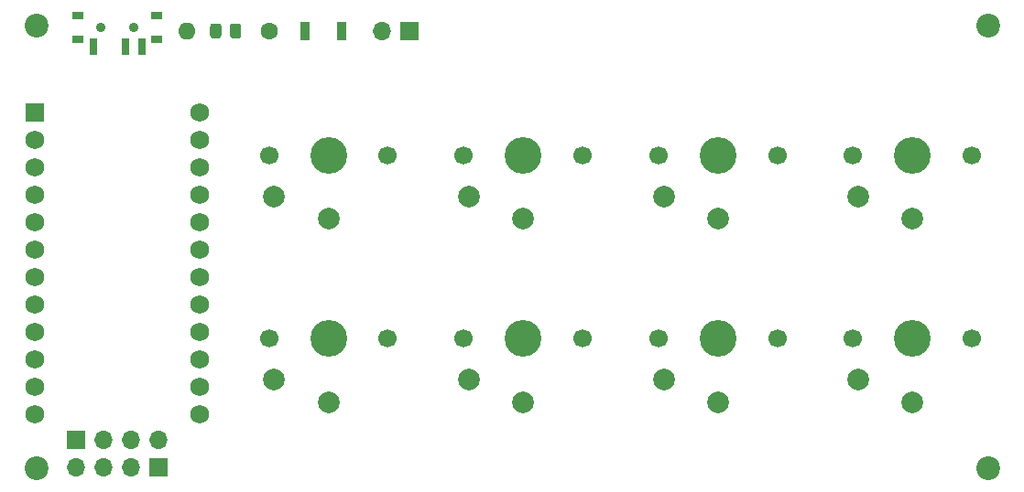
<source format=gbr>
%TF.GenerationSoftware,KiCad,Pcbnew,5.1.8*%
%TF.CreationDate,2021-02-04T11:53:21-06:00*%
%TF.ProjectId,small-paintbrush,736d616c-6c2d-4706-9169-6e7462727573,rev?*%
%TF.SameCoordinates,Original*%
%TF.FileFunction,Soldermask,Bot*%
%TF.FilePolarity,Negative*%
%FSLAX46Y46*%
G04 Gerber Fmt 4.6, Leading zero omitted, Abs format (unit mm)*
G04 Created by KiCad (PCBNEW 5.1.8) date 2021-02-04 11:53:21*
%MOMM*%
%LPD*%
G01*
G04 APERTURE LIST*
%ADD10C,1.752600*%
%ADD11R,1.752600X1.752600*%
%ADD12O,1.700000X1.700000*%
%ADD13R,1.700000X1.700000*%
%ADD14O,1.600000X1.600000*%
%ADD15C,1.600000*%
%ADD16C,1.700000*%
%ADD17C,2.000000*%
%ADD18C,3.400000*%
%ADD19C,2.200000*%
%ADD20R,0.900000X1.700000*%
%ADD21C,0.900000*%
%ADD22R,1.000000X0.800000*%
%ADD23R,0.700000X1.500000*%
G04 APERTURE END LIST*
D10*
%TO.C,U1*%
X85120000Y-31030000D03*
X69880000Y-58970000D03*
X85120000Y-33570000D03*
X85120000Y-36110000D03*
X85120000Y-38650000D03*
X85120000Y-41190000D03*
X85120000Y-43730000D03*
X85120000Y-46270000D03*
X85120000Y-48810000D03*
X85120000Y-51350000D03*
X85120000Y-53890000D03*
X85120000Y-56430000D03*
X85120000Y-58970000D03*
X69880000Y-56430000D03*
X69880000Y-53890000D03*
X69880000Y-51350000D03*
X69880000Y-48810000D03*
X69880000Y-46270000D03*
X69880000Y-43730000D03*
X69880000Y-41190000D03*
X69880000Y-38650000D03*
X69880000Y-36110000D03*
X69880000Y-33570000D03*
D11*
X69880000Y-31030000D03*
%TD*%
D12*
%TO.C,J3*%
X81320000Y-61400000D03*
X78780000Y-61400000D03*
X76240000Y-61400000D03*
D13*
X73700000Y-61400000D03*
%TD*%
D12*
%TO.C,J2*%
X73680000Y-63900000D03*
X76220000Y-63900000D03*
X78760000Y-63900000D03*
D13*
X81300000Y-63900000D03*
%TD*%
%TO.C,R3*%
G36*
G01*
X87100000Y-23049999D02*
X87100000Y-23950001D01*
G75*
G02*
X86850001Y-24200000I-249999J0D01*
G01*
X86324999Y-24200000D01*
G75*
G02*
X86075000Y-23950001I0J249999D01*
G01*
X86075000Y-23049999D01*
G75*
G02*
X86324999Y-22800000I249999J0D01*
G01*
X86850001Y-22800000D01*
G75*
G02*
X87100000Y-23049999I0J-249999D01*
G01*
G37*
G36*
G01*
X88925000Y-23049999D02*
X88925000Y-23950001D01*
G75*
G02*
X88675001Y-24200000I-249999J0D01*
G01*
X88149999Y-24200000D01*
G75*
G02*
X87900000Y-23950001I0J249999D01*
G01*
X87900000Y-23049999D01*
G75*
G02*
X88149999Y-22800000I249999J0D01*
G01*
X88675001Y-22800000D01*
G75*
G02*
X88925000Y-23049999I0J-249999D01*
G01*
G37*
%TD*%
D14*
%TO.C,R2*%
X83880000Y-23500000D03*
D15*
X91500000Y-23500000D03*
%TD*%
D16*
%TO.C,KEY8*%
X156500000Y-52000000D03*
X145500000Y-52000000D03*
D17*
X146000000Y-55800000D03*
X151000000Y-57900000D03*
D18*
X151000000Y-52000000D03*
%TD*%
D16*
%TO.C,KEY7*%
X138500000Y-52000000D03*
X127500000Y-52000000D03*
D17*
X128000000Y-55800000D03*
X133000000Y-57900000D03*
D18*
X133000000Y-52000000D03*
%TD*%
D16*
%TO.C,KEY6*%
X120500000Y-52000000D03*
X109500000Y-52000000D03*
D17*
X110000000Y-55800000D03*
X115000000Y-57900000D03*
D18*
X115000000Y-52000000D03*
%TD*%
D16*
%TO.C,KEY5*%
X102500000Y-52000000D03*
X91500000Y-52000000D03*
D17*
X92000000Y-55800000D03*
X97000000Y-57900000D03*
D18*
X97000000Y-52000000D03*
%TD*%
D16*
%TO.C,KEY4*%
X156500000Y-35000000D03*
X145500000Y-35000000D03*
D17*
X146000000Y-38800000D03*
X151000000Y-40900000D03*
D18*
X151000000Y-35000000D03*
%TD*%
D16*
%TO.C,KEY3*%
X138500000Y-35000000D03*
X127500000Y-35000000D03*
D17*
X128000000Y-38800000D03*
X133000000Y-40900000D03*
D18*
X133000000Y-35000000D03*
%TD*%
D16*
%TO.C,KEY2*%
X120500000Y-35000000D03*
X109500000Y-35000000D03*
D17*
X110000000Y-38800000D03*
X115000000Y-40900000D03*
D18*
X115000000Y-35000000D03*
%TD*%
D16*
%TO.C,KEY1*%
X102500000Y-35000000D03*
X91500000Y-35000000D03*
D17*
X92000000Y-38800000D03*
X97000000Y-40900000D03*
D18*
X97000000Y-35000000D03*
%TD*%
D19*
%TO.C,REF\u002A\u002A*%
X70000000Y-23000000D03*
%TD*%
%TO.C,REF\u002A\u002A*%
X70000000Y-64000000D03*
%TD*%
%TO.C,REF\u002A\u002A*%
X158000000Y-64000000D03*
%TD*%
%TO.C,REF\u002A\u002A*%
X158000000Y-23000000D03*
%TD*%
D20*
%TO.C,PUSH1*%
X98200000Y-23500000D03*
X94800000Y-23500000D03*
%TD*%
D21*
%TO.C,SW2*%
X76000000Y-23170000D03*
X79000000Y-23170000D03*
%TD*%
D22*
%TO.C,SW1*%
X73850000Y-24280000D03*
X81150000Y-24280000D03*
X81150000Y-22070000D03*
X73850000Y-22070000D03*
D23*
X79750000Y-24930000D03*
X78250000Y-24930000D03*
X75250000Y-24930000D03*
D21*
X79000000Y-23170000D03*
X76000000Y-23170000D03*
%TD*%
D12*
%TO.C,J1*%
X101960000Y-23500000D03*
D13*
X104500000Y-23500000D03*
%TD*%
M02*

</source>
